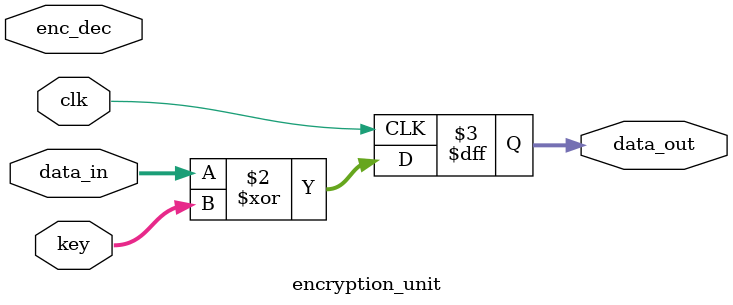
<source format=sv>
module present_light_top (
    input wire clk,
    input wire enc_dec,
    input wire [63:0] plaintext,
    output wire [63:0] ciphertext
);
    // Internal signals
    wire [79:0] updated_key;
    wire [63:0] processed_plaintext;
    wire [79:0] key_reg;
    wire [63:0] plaintext_reg;

    // Instantiate key scheduler module
    key_scheduler key_unit (
        .clk(clk),
        .key_in(key_reg),
        .key_out(updated_key)
    );

    // Instantiate data register module
    data_register data_unit (
        .clk(clk),
        .plaintext_in(plaintext),
        .plaintext_out(plaintext_reg)
    );

    // Instantiate key register module
    key_register key_reg_unit (
        .clk(clk),
        .key_in(updated_key),
        .key_out(key_reg)
    );

    // Instantiate encryption module
    encryption_unit enc_unit (
        .clk(clk),
        .enc_dec(enc_dec),
        .data_in(plaintext_reg),
        .key(key_reg[63:0]),
        .data_out(ciphertext)
    );

endmodule

// Key scheduler module
module key_scheduler (
    input wire clk,
    input wire [79:0] key_in,
    output wire [79:0] key_out
);
    // Key scheduling logic
    assign key_out = {key_in[18:0], key_in[79:76]};
endmodule

// Data register module
module data_register (
    input wire clk,
    input wire [63:0] plaintext_in,
    output reg [63:0] plaintext_out
);
    // Register plaintext input
    always @(posedge clk) begin
        plaintext_out <= plaintext_in;
    end
endmodule

// Key register module
module key_register (
    input wire clk,
    input wire [79:0] key_in,
    output reg [79:0] key_out
);
    // Initialize the key register
    initial begin
        key_out = 80'h0;
    end

    // Update key register
    always @(posedge clk) begin
        key_out <= key_in;
    end
endmodule

// Encryption module
module encryption_unit (
    input wire clk,
    input wire enc_dec,
    input wire [63:0] data_in,
    input wire [63:0] key,
    output reg [63:0] data_out
);
    // Perform XOR operation for AddRoundKey
    always @(posedge clk) begin
        data_out <= data_in ^ key;
        // Simplified sBoxLayer and pLayer omitted
    end
endmodule
</source>
